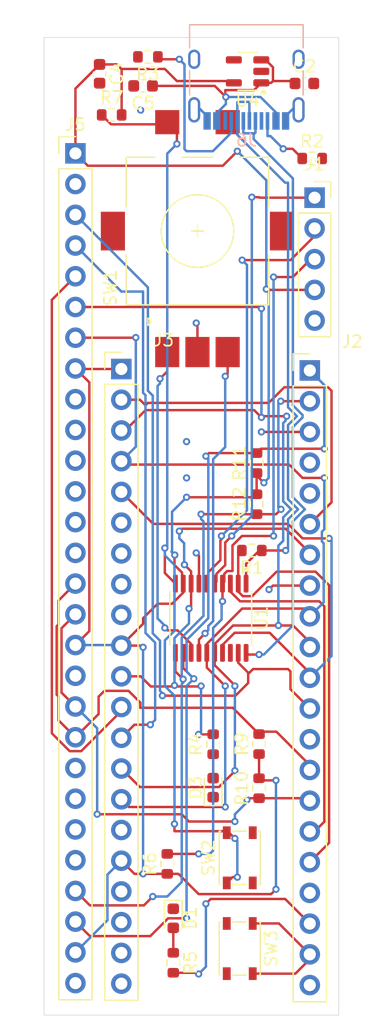
<source format=kicad_pcb>
(kicad_pcb (version 20241229) (generator "pcbnew") (generator_version "9.0")
  (layers (0 "F.Cu" signal) (2 "B.Cu" signal) (13 "F.Paste" user) (15 "B.Paste" user) (5 "F.SilkS" user "F.Silkscreen") (7 "B.SilkS" user "B.Silkscreen") (1 "F.Mask" user) (3 "B.Mask" user) (25 "Edge.Cuts" user))
  (net 0 "")
  (net 1 "Net-(D1-A)")
  (net 2 "GND")
  (net 3 "Net-(D3-A)")
  (net 4 "VCC")
  (net 5 "SDA_3")
  (net 6 "SCL_0")
  (net 7 "DC")
  (net 8 "X")
  (net 9 "SCL_3")
  (net 10 "CS_0")
  (net 11 "MOSI")
  (net 12 "SCK")
  (net 13 "RST")
  (net 14 "SDA_0")
  (net 15 "UART0_RX")
  (net 16 "UART4_RX")
  (net 17 "CS_2")
  (net 18 "Net-(J2-Pin_19)")
  (net 19 "UART0_TX")
  (net 20 "Net-(J2-Pin_20)")
  (net 21 "CS_1")
  (net 22 "UART4_TX")
  (net 23 "MISO")
  (net 30 "ADC_X")
  (net 31 "SW_2")
  (net 32 "ADC_Y")
  (net 33 "SW_B")
  (net 34 "SW_1")
  (net 35 "SW_A")
  (net 36 "SWIO")
  (net 37 "D-")
  (net 38 "Net-(J6-CC1)")
  (net 39 "D+")
  (net 42 "Net-(J6-CC2)")
  (net 49 "Net-(U4-CE)")
  (footprint "Resistor_SMD:R_0603_1608Metric" (layer "F.Cu") (at 153.4 53.8 180)
    (property "Reference" "R3")
    (property "Value" "5.1K")
  )
  (footprint "Capacitor_SMD:C_0603_1608Metric" (layer "F.Cu") (at 153 56.2 180)
    (property "Reference" "C5")
    (property "Value" "1u")
  )
  (footprint "Connector_PinHeader_2.54mm:PinHeader_1x21_P2.54mm_Vertical" (layer "F.Cu") (at 166.8 79.72)
    (property "Reference" "J2")
    (property "Value" "Conn_01x20_Pin")
  )
  (footprint "Resistor_SMD:R_0603_1608Metric" (layer "F.Cu") (at 167 62.2)
    (property "Reference" "R2")
    (property "Value" "5.1K")
  )
  (footprint "Resistor_SMD:R_0603_1608Metric" (layer "F.Cu") (at 162.4 87.375 90)
    (property "Reference" "R11")
    (property "Value" "10K")
  )
  (footprint "Resistor_SMD:R_0603_1608Metric" (layer "F.Cu") (at 162 94.6 180)
    (property "Reference" "R1")
    (property "Value" "1.5K")
  )
  (footprint "Capacitor_SMD:C_0603_1608Metric" (layer "F.Cu") (at 166.352 56)
    (property "Reference" "C2")
    (property "Value" "10u")
  )
  (footprint "Connector_PinHeader_2.54mm:PinHeader_1x28_P2.54mm_Vertical" (layer "F.Cu") (at 147.4 61.775)
    (property "Reference" "J5")
    (property "Value" "Conn_01x28_Pin")
  )
  (footprint "Resistor_SMD:R_0603_1608Metric" (layer "F.Cu") (at 162.4 90.775 90)
    (property "Reference" "R12")
    (property "Value" "10K")
  )
  (footprint "Button_Switch_SMD:SW_SPST_PTS810" (layer "F.Cu") (at 161 120 90)
    (property "Reference" "SW2")
    (property "Value" "SW_Push")
  )
  (footprint "Resistor_SMD:R_0603_1608Metric" (layer "F.Cu") (at 158.8 110.6125 90)
    (property "Reference" "R4")
    (property "Value" "R")
  )
  (footprint "Resistor_SMD:R_0603_1608Metric" (layer "F.Cu") (at 155 120.5 90)
    (property "Reference" "R6")
    (property "Value" "10K")
  )
  (footprint "Connector_PinSocket_2.54mm:PinSocket_1x05_P2.54mm_Vertical" (layer "F.Cu") (at 167.2 65.44)
    (property "Reference" "J1")
    (property "Value" "Conn_01x05_Pin")
  )
  (footprint "Button_Switch_SMD:SW_SPST_PTS810" (layer "F.Cu") (at 161 127.5 -90)
    (property "Reference" "SW3")
    (property "Value" "SW_Push")
  )
  (footprint "Package_SO:TSSOP-20_4.4x6.5mm_P0.65mm" (layer "F.Cu") (at 158.6 100.2 -90)
    (property "Reference" "U1")
    (property "Value" "CH32V003FxPx")
  )
  (footprint "LED_SMD:LED_0603_1608Metric" (layer "F.Cu") (at 155.5 125 -90)
    (property "Reference" "D1")
    (property "Value" "LED")
  )
  (footprint "IOT-Mess-Footprints:RotaryEncoder_EC11_SMD" (layer "F.Cu") (at 155 75.7 90)
    (property "Reference" "SW1")
    (property "Value" "RotaryEncoder_Switch")
  )
  (footprint "Resistor_SMD:R_0603_1608Metric" (layer "F.Cu") (at 155.5 128.675 -90)
    (property "Reference" "R5")
    (property "Value" "100R")
  )
  (footprint "Package_TO_SOT_SMD:SOT-23-5" (layer "F.Cu") (at 161.65 55 180)
    (property "Reference" "U4")
    (property "Value" "ME6211C33M5")
  )
  (footprint "Resistor_SMD:R_0603_1608Metric" (layer "F.Cu") (at 162.6 110.6 90)
    (property "Reference" "R9")
    (property "Value" "10K")
  )
  (footprint "Resistor_SMD:R_0603_1608Metric" (layer "F.Cu") (at 162.6 114.25 90)
    (property "Reference" "R10")
    (property "Value" "10K")
  )
  (footprint "Resistor_SMD:R_0603_1608Metric" (layer "F.Cu") (at 150.4 58.6)
    (property "Reference" "R7")
    (property "Value" "10K")
  )
  (footprint "LED_SMD:LED_0603_1608Metric" (layer "F.Cu") (at 158.8 114.2 90)
    (property "Reference" "D3")
    (property "Value" "LED")
  )
  (footprint "Connector_PinHeader_2.54mm:PinHeader_1x21_P2.54mm_Vertical" (layer "F.Cu") (at 151.2 79.6)
    (property "Reference" "J3")
    (property "Value" "Conn_01x20_Pin")
  )
  (footprint "Capacitor_SMD:C_0603_1608Metric" (layer "F.Cu") (at 149.4 55.2 -90)
    (property "Reference" "C4")
    (property "Value" "1u")
  )
  (footprint "Connector_USB:USB_C_Receptacle_HRO_TYPE-C-31-M-12" (layer "B.Cu") (at 161.55 55.05)
    (property "Reference" "J6")
    (property "Value" "USB_C_Receptacle_USB2.0_16P")
  )
  (gr_rect (start 144.8 52.2) (end 169.2 133) (stroke (width 0.05)) (fill no) (layer "Edge.Cuts"))
  (segment (start 155.5 125.7875) (end 155.5 127.85) (width 0.2) (layer "F.Cu") (net 1))
  (segment (start 157.625 97.3375) (end 157.625 95.026) (width 0.2) (layer "F.Cu") (net 2))
  (segment (start 157.5 78.2) (end 157.5 75.9) (width 0.2) (layer "F.Cu") (net 2))
  (segment (start 166.8 84.8) (end 162.795 84.8) (width 0.2) (layer "F.Cu") (net 2))
  (segment (start 165.87 53.7) (end 165.87 53.45) (width 0.2) (layer "F.Cu") (net 2))
  (segment (start 163.74853 97.5) (end 163.424265 97.824265) (width 0.2) (layer "F.Cu") (net 2))
  (segment (start 166.8 97.5) (end 163.74853 97.5) (width 0.2) (layer "F.Cu") (net 2))
  (segment (start 157.625 95.026) (end 157.399 94.8) (width 0.2) (layer "F.Cu") (net 2))
  (segment (start 157.5 75.9) (end 157.4 75.8) (width 0.2) (layer "F.Cu") (net 2))
  (via (at 157.399 94.8) (size 0.6) (drill 0.3) (layers "F.Cu" "B.Cu") (net 2))
  (via (at 162.795 84.8) (size 0.6) (drill 0.3) (layers "F.Cu" "B.Cu") (net 2))
  (via (at 157.4 75.8) (size 0.6) (drill 0.3) (layers "F.Cu" "B.Cu") (net 2))
  (via (at 152.8 58.2) (size 0.6) (drill 0.3) (layers "F.Cu" "B.Cu") (net 2))
  (via (at 156.6 85.6) (size 0.6) (drill 0.3) (layers "F.Cu" "B.Cu") (net 2))
  (via (at 156.6 88.6) (size 0.6) (drill 0.3) (layers "F.Cu" "B.Cu") (net 2))
  (via (at 163.424265 97.824265) (size 0.6) (drill 0.3) (layers "F.Cu" "B.Cu") (net 2))
  (segment (start 158.3 58.545) (end 158.145 58.545) (width 0.2) (layer "B.Cu") (net 2))
  (segment (start 164.8 58.545) (end 164.955 58.545) (width 0.2) (layer "B.Cu") (net 2))
  (segment (start 158.425 58.67) (end 158.3 58.545) (width 0.2) (layer "B.Cu") (net 2))
  (segment (start 164.85 58.595) (end 164.8 58.545) (width 0.2) (layer "B.Cu") (net 2))
  (segment (start 158.145 58.545) (end 157.23 57.63) (width 0.2) (layer "B.Cu") (net 2))
  (segment (start 164.955 58.545) (end 165.87 57.63) (width 0.2) (layer "B.Cu") (net 2))
  (segment (start 158.8 113.4125) (end 158.8 111.4375) (width 0.2) (layer "F.Cu") (net 3))
  (segment (start 151.2 120.24) (end 152.285 121.325) (width 0.2) (layer "F.Cu") (net 4))
  (segment (start 151.2 102.46) (end 152.86 102.46) (width 0.2) (layer "F.Cu") (net 4))
  (segment (start 155 121.325) (end 155.275 121.325) (width 0.2) (layer "F.Cu") (net 4))
  (segment (start 156.275 97.2875) (end 156.375 97.2875) (width 0.2) (layer "F.Cu") (net 4))
  (segment (start 152.285 121.325) (end 153 121.325) (width 0.2) (layer "F.Cu") (net 4))
  (segment (start 154.2 99) (end 153 100.2) (width 0.2) (layer "F.Cu") (net 4))
  (segment (start 149.4 54.425) (end 150.825 54.425) (width 0.2) (layer "F.Cu") (net 4))
  (segment (start 147.4 56.425) (end 147.4 61.775) (width 0.2) (layer "F.Cu") (net 4))
  (segment (start 160.3625 55.8) (end 160.5125 55.95) (width 0.2) (layer "F.Cu") (net 4))
  (segment (start 154.8 54.8) (end 151.25 54.8) (width 0.2) (layer "F.Cu") (net 4))
  (segment (start 153 100.2) (end 153 100.66) (width 0.2) (layer "F.Cu") (net 4))
  (segment (start 150.825 54.425) (end 151.225 54.825) (width 0.2) (layer "F.Cu") (net 4))
  (segment (start 155.8 55.8) (end 160.3625 55.8) (width 0.2) (layer "F.Cu") (net 4))
  (segment (start 147.4 79.555) (end 148.551 80.706) (width 0.2) (layer "F.Cu") (net 4))
  (segment (start 164 113.6) (end 162.775 113.6) (width 0.2) (layer "F.Cu") (net 4))
  (segment (start 155.925 121.325) (end 157.6 123) (width 0.2) (layer "F.Cu") (net 4))
  (segment (start 156.325 98.075) (end 155.4 99) (width 0.2) (layer "F.Cu") (net 4))
  (segment (start 148.425 62.8) (end 147.4 61.775) (width 0.2) (layer "F.Cu") (net 4))
  (segment (start 163.2 73) (end 163.26 73.06) (width 0.2) (layer "F.Cu") (net 4))
  (segment (start 153 121.325) (end 155 121.325) (width 0.2) (layer "F.Cu") (net 4))
  (segment (start 148.551 80.706) (end 148.551 101.264) (width 0.2) (layer "F.Cu") (net 4))
  (segment (start 157.6 123) (end 163.6 123) (width 0.2) (layer "F.Cu") (net 4))
  (segment (start 162.6 88.4) (end 162.4 88.2) (width 0.2) (layer "F.Cu") (net 4))
  (segment (start 151.2 79.6) (end 147.445 79.6) (width 0.2) (layer "F.Cu") (net 4))
  (segment (start 155 121.325) (end 155.925 121.325) (width 0.2) (layer "F.Cu") (net 4))
  (segment (start 155.6 95.8) (end 156.224265 96.424265) (width 0.2) (layer "F.Cu") (net 4))
  (segment (start 162.4 89.95) (end 162.15 90.2) (width 0.2) (layer "F.Cu") (net 4))
  (segment (start 151.225 58.6) (end 151.225 54.825) (width 0.2) (layer "F.Cu") (net 4))
  (segment (start 155.624265 94.975735) (end 155.6 95) (width 0.2) (layer "F.Cu") (net 4))
  (segment (start 163 89) (end 162.6 88.6) (width 0.2) (layer "F.Cu") (net 4))
  (segment (start 151.25 54.8) (end 151.225 54.825) (width 0.2) (layer "F.Cu") (net 4))
  (segment (start 163.6 123) (end 164 122.6) (width 0.2) (layer "F.Cu") (net 4))
  (segment (start 163.26 73.06) (end 167.2 73.06) (width 0.2) (layer "F.Cu") (net 4))
  (segment (start 152.86 102.46) (end 153 102.6) (width 0.2) (layer "F.Cu") (net 4))
  (segment (start 155.4 99) (end 154.2 99) (width 0.2) (layer "F.Cu") (net 4))
  (segment (start 162.6 113.425) (end 162.6 111.425) (width 0.2) (layer "F.Cu") (net 4))
  (segment (start 159.6 62.8) (end 148.425 62.8) (width 0.2) (layer "F.Cu") (net 4))
  (segment (start 147.445 79.6) (end 147.4 79.555) (width 0.2) (layer "F.Cu") (net 4))
  (segment (start 156.224265 96.424265) (end 156.224265 97.236765) (width 0.2) (layer "F.Cu") (net 4))
  (segment (start 149.4 54.425) (end 147.4 56.425) (width 0.2) (layer "F.Cu") (net 4))
  (segment (start 160.8 61.6) (end 159.6 62.8) (width 0.2) (layer "F.Cu") (net 4))
  (segment (start 162.4 88.2) (end 162.4 89.95) (width 0.2) (layer "F.Cu") (net 4))
  (segment (start 155.6 95) (end 155.6 95.8) (width 0.2) (layer "F.Cu") (net 4))
  (segment (start 148.551 101.264) (end 147.4 102.415) (width 0.2) (layer "F.Cu") (net 4))
  (segment (start 156.375 97.2875) (end 156.325 97.3375) (width 0.2) (layer "F.Cu") (net 4))
  (segment (start 162.15 90.2) (end 156.6 90.2) (width 0.2) (layer "F.Cu") (net 4))
  (segment (start 156.224265 97.236765) (end 156.275 97.2875) (width 0.2) (layer "F.Cu") (net 4))
  (segment (start 156.325 97.3375) (end 156.325 98.075) (width 0.2) (layer "F.Cu") (net 4))
  (segment (start 162.775 113.6) (end 162.6 113.425) (width 0.2) (layer "F.Cu") (net 4))
  (segment (start 151.155 79.555) (end 151.2 79.6) (width 0.2) (layer "F.Cu") (net 4))
  (segment (start 153 100.66) (end 151.2 102.46) (width 0.2) (layer "F.Cu") (net 4))
  (segment (start 162.6 88.6) (end 162.6 88.4) (width 0.2) (layer "F.Cu") (net 4))
  (segment (start 155.8 55.8) (end 154.8 54.8) (width 0.2) (layer "F.Cu") (net 4))
  (via (at 163.2 73) (size 0.6) (drill 0.3) (layers "F.Cu" "B.Cu") (net 4))
  (via (at 153 121.325) (size 0.6) (drill 0.3) (layers "F.Cu" "B.Cu") (net 4))
  (via (at 155.624265 94.975735) (size 0.6) (drill 0.3) (layers "F.Cu" "B.Cu") (net 4))
  (via (at 153 102.6) (size 0.6) (drill 0.3) (layers "F.Cu" "B.Cu") (net 4))
  (via (at 156.6 90.2) (size 0.6) (drill 0.3) (layers "F.Cu" "B.Cu") (net 4))
  (via (at 163 89) (size 0.6) (drill 0.3) (layers "F.Cu" "B.Cu") (net 4))
  (via (at 164 113.6) (size 0.6) (drill 0.3) (layers "F.Cu" "B.Cu") (net 4))
  (via (at 160.8 61.6) (size 0.6) (drill 0.3) (layers "F.Cu" "B.Cu") (net 4))
  (via (at 164 122.6) (size 0.6) (drill 0.3) (layers "F.Cu" "B.Cu") (net 4))
  (segment (start 163.395 81.846957) (end 163.395 88.605) (width 0.2) (layer "B.Cu") (net 4))
  (segment (start 163.399 81.842957) (end 163.395 81.846957) (width 0.2) (layer "B.Cu") (net 4))
  (segment (start 153 102.6) (end 153 121.325) (width 0.2) (layer "B.Cu") (net 4))
  (segment (start 163.2 73) (end 163.399 73.199) (width 0.2) (layer "B.Cu") (net 4))
  (segment (start 147.4 127.815) (end 150.049 125.166) (width 0.2) (layer "B.Cu") (net 4))
  (segment (start 155.401 94.648943) (end 155.349237 94.700707) (width 0.2) (layer "B.Cu") (net 4))
  (segment (start 163.2 64) (end 160.8 61.6) (width 0.2) (layer "B.Cu") (net 4))
  (segment (start 151.155 102.415) (end 151.2 102.46) (width 0.2) (layer "B.Cu") (net 4))
  (segment (start 163.399 73.199) (end 163.399 81.842957) (width 0.2) (layer "B.Cu") (net 4))
  (segment (start 151.155 79.555) (end 151.2 79.6) (width 0.2) (layer "B.Cu") (net 4))
  (segment (start 150.049 121.391) (end 151.2 120.24) (width 0.2) (layer "B.Cu") (net 4))
  (segment (start 164 122.6) (end 164 113.6) (width 0.2) (layer "B.Cu") (net 4))
  (segment (start 147.4 102.415) (end 151.155 102.415) (width 0.2) (layer "B.Cu") (net 4))
  (segment (start 150.049 125.166) (end 150.049 121.391) (width 0.2) (layer "B.Cu") (net 4))
  (segment (start 156.6 90.2) (end 155.401 91.399) (width 0.2) (layer "B.Cu") (net 4))
  (segment (start 155.349237 94.700707) (end 155.624265 94.975735) (width 0.2) (layer "B.Cu") (net 4))
  (segment (start 163.2 73) (end 163.2 64) (width 0.2) (layer "B.Cu") (net 4))
  (segment (start 163.395 88.605) (end 163 89) (width 0.2) (layer "B.Cu") (net 4))
  (segment (start 155.401 91.399) (end 155.401 94.648943) (width 0.2) (layer "B.Cu") (net 4))
  (segment (start 146 108.635) (end 146 106.6621) (width 0.2) (layer "F.Cu") (net 5))
  (segment (start 149.3175 108.1175) (end 147.4 110.035) (width 0.2) (layer "F.Cu") (net 5))
  (segment (start 146 98.735) (end 147.4 97.335) (width 0.2) (layer "F.Cu") (net 5))
  (segment (start 149.3175 106.6825) (end 149.3175 108.1175) (width 0.2) (layer "F.Cu") (net 5))
  (segment (start 160.425 107.6) (end 152.76776 107.6) (width 0.2) (layer "F.Cu") (net 5))
  (segment (start 162.8 109.575) (end 164.035 109.575) (width 0.2) (layer "F.Cu") (net 5))
  (segment (start 162.6 109.775) (end 160.425 107.6) (width 0.2) (layer "F.Cu") (net 5))
  (segment (start 152.76776 107.16776) (end 151.8 106.2) (width 0.2) (layer "F.Cu") (net 5))
  (segment (start 152.76776 107.6) (end 152.76776 107.16776) (width 0.2) (layer "F.Cu") (net 5))
  (segment (start 145.848 100.8599) (end 146 100.7079) (width 0.2) (layer "F.Cu") (net 5))
  (segment (start 146 106.6621) (end 145.848 106.5101) (width 0.2) (layer "F.Cu") (net 5))
  (segment (start 145.848 106.5101) (end 145.848 100.8599) (width 0.2) (layer "F.Cu") (net 5))
  (segment (start 149.8 106.2) (end 149.3175 106.6825) (width 0.2) (layer "F.Cu") (net 5))
  (segment (start 151.8 106.2) (end 149.8 106.2) (width 0.2) (layer "F.Cu") (net 5))
  (segment (start 147.4 110.035) (end 146 108.635) (width 0.2) (layer "F.Cu") (net 5))
  (segment (start 164.035 109.575) (end 167.2 112.74) (width 0.2) (layer "F.Cu") (net 5))
  (segment (start 146 100.7079) (end 146 98.735) (width 0.2) (layer "F.Cu") (net 5))
  (segment (start 153.5904 126.471) (end 153.5954 126.476) (width 0.2) (layer "F.Cu") (net 6))
  (segment (start 148.596 126.471) (end 153.5904 126.471) (width 0.2) (layer "F.Cu") (net 6))
  (segment (start 158.2 86.8) (end 158.45 86.55) (width 0.2) (layer "F.Cu") (net 6))
  (segment (start 153.5954 126.476) (end 155.0714 125) (width 0.2) (layer "F.Cu") (net 6))
  (segment (start 162.4 86.55) (end 162.761 86.189) (width 0.2) (layer "F.Cu") (net 6))
  (segment (start 156.325 104.325) (end 156.325 103.0625) (width 0.2) (layer "F.Cu") (net 6))
  (segment (start 158.45 86.55) (end 162.4 86.55) (width 0.2) (layer "F.Cu") (net 6))
  (segment (start 162.761 86.189) (end 167.989 86.189) (width 0.2) (layer "F.Cu") (net 6))
  (segment (start 167.989 86.189) (end 168 86.2) (width 0.2) (layer "F.Cu") (net 6))
  (segment (start 157.2 105.2) (end 156.325 104.325) (width 0.2) (layer "F.Cu") (net 6))
  (segment (start 155.0714 125) (end 156.6 125) (width 0.2) (layer "F.Cu") (net 6))
  (segment (start 147.4 125.275) (end 148.596 126.471) (width 0.2) (layer "F.Cu") (net 6))
  (via (at 158.2 86.8) (size 0.6) (drill 0.3) (layers "F.Cu" "B.Cu") (net 6))
  (via (at 168 86.2) (size 0.6) (drill 0.3) (layers "F.Cu" "B.Cu") (net 6))
  (via (at 156.6 125) (size 0.6) (drill 0.3) (layers "F.Cu" "B.Cu") (net 6))
  (via (at 157.2 105.2) (size 0.6) (drill 0.3) (layers "F.Cu" "B.Cu") (net 6))
  (segment (start 168 86.2) (end 168 80.92) (width 0.2) (layer "B.Cu") (net 6))
  (segment (start 156.6 102) (end 158.4 100.2) (width 0.2) (layer "B.Cu") (net 6))
  (segment (start 156.6 125) (end 156.6 105.8) (width 0.2) (layer "B.Cu") (net 6))
  (segment (start 168 80.92) (end 166.8 79.72) (width 0.2) (layer "B.Cu") (net 6))
  (segment (start 156.6 105.8) (end 157.2 105.2) (width 0.2) (layer "B.Cu") (net 6))
  (segment (start 157.2 105.2) (end 156.6 104.6) (width 0.2) (layer "B.Cu") (net 6))
  (segment (start 158.4 87) (end 158.2 86.8) (width 0.2) (layer "B.Cu") (net 6))
  (segment (start 158.4 100.2) (end 158.4 87) (width 0.2) (layer "B.Cu") (net 6))
  (segment (start 156.6 104.6) (end 156.6 102) (width 0.2) (layer "B.Cu") (net 6))
  (segment (start 147.87676 111.186) (end 146.92324 111.186) (width 0.2) (layer "F.Cu") (net 7))
  (segment (start 151.2 107.86276) (end 147.87676 111.186) (width 0.2) (layer "F.Cu") (net 7))
  (segment (start 151.2 107.54) (end 151.2 107.86276) (width 0.2) (layer "F.Cu") (net 7))
  (segment (start 146.92324 111.186) (end 145.447 109.70976) (width 0.2) (layer "F.Cu") (net 7))
  (segment (start 145.447 73.888) (end 147.4 71.935) (width 0.2) (layer "F.Cu") (net 7))
  (segment (start 145.447 109.70976) (end 145.447 73.888) (width 0.2) (layer "F.Cu") (net 7))
  (segment (start 166.995 115.075) (end 167.2 115.28) (width 0.2) (layer "F.Cu") (net 9))
  (segment (start 162.6 115.075) (end 161.725 115.075) (width 0.2) (layer "F.Cu") (net 9))
  (segment (start 162.8 115.075) (end 166.995 115.075) (width 0.2) (layer "F.Cu") (net 9))
  (segment (start 156.2 116.4) (end 149.205 116.4) (width 0.2) (layer "F.Cu") (net 9))
  (segment (start 149.205 116.4) (end 149.2 116.395) (width 0.2) (layer "F.Cu") (net 9))
  (segment (start 156.8 117) (end 156.2 116.4) (width 0.2) (layer "F.Cu") (net 9))
  (segment (start 147.4 107.495) (end 146.249 106.344) (width 0.2) (layer "F.Cu") (net 9))
  (segment (start 160.6 117) (end 156.8 117) (width 0.2) (layer "F.Cu") (net 9))
  (segment (start 146.249 101.026) (end 147.4 99.875) (width 0.2) (layer "F.Cu") (net 9))
  (segment (start 146.249 106.344) (end 146.249 101.026) (width 0.2) (layer "F.Cu") (net 9))
  (segment (start 161.725 115.075) (end 161.6 115.2) (width 0.2) (layer "F.Cu") (net 9))
  (via (at 160.6 117) (size 0.6) (drill 0.3) (layers "F.Cu" "B.Cu") (net 9))
  (via (at 149.2 116.395) (size 0.6) (drill 0.3) (layers "F.Cu" "B.Cu") (net 9))
  (via (at 161.6 115.2) (size 0.6) (drill 0.3) (layers "F.Cu" "B.Cu") (net 9))
  (segment (start 161.6 115.4) (end 161.6 115.2) (width 0.2) (layer "B.Cu") (net 9))
  (segment (start 149.2 109.295) (end 147.4 107.495) (width 0.2) (layer "B.Cu") (net 9))
  (segment (start 160.6 117) (end 160.6 116.4) (width 0.2) (layer "B.Cu") (net 9))
  (segment (start 149.2 116.395) (end 149.2 109.295) (width 0.2) (layer "B.Cu") (net 9))
  (segment (start 160.6 116.4) (end 161.6 115.4) (width 0.2) (layer "B.Cu") (net 9))
  (segment (start 160.875 103.875) (end 160.875 103.0625) (width 0.2) (layer "F.Cu") (net 10))
  (segment (start 154.6 106.6) (end 160.649946 106.6) (width 0.2) (layer "F.Cu") (net 10))
  (segment (start 165.2 106.06) (end 166.8 107.66) (width 0.2) (layer "F.Cu") (net 10))
  (segment (start 160.649946 106.6) (end 161.7 105.549946) (width 0.2) (layer "F.Cu") (net 10))
  (segment (start 161.7 105.549946) (end 161.7 104.8) (width 0.2) (layer "F.Cu") (net 10))
  (segment (start 165 104.4) (end 165.2 104.6) (width 0.2) (layer "F.Cu") (net 10))
  (segment (start 161.7 104.8) (end 162.1 104.4) (width 0.2) (layer "F.Cu") (net 10))
  (segment (start 161.7 104.8) (end 161.7 104.7) (width 0.2) (layer "F.Cu") (net 10))
  (segment (start 165.2 104.6) (end 165.2 106.06) (width 0.2) (layer "F.Cu") (net 10))
  (segment (start 162.1 104.4) (end 165 104.4) (width 0.2) (layer "F.Cu") (net 10))
  (segment (start 161.7 104.7) (end 160.875 103.875) (width 0.2) (layer "F.Cu") (net 10))
  (via (at 154.6 106.6) (size 0.6) (drill 0.3) (layers "F.Cu" "B.Cu") (net 10))
  (segment (start 153.399 81.399) (end 153.399 72.854) (width 0.2) (layer "B.Cu") (net 10))
  (segment (start 154.6 106.6) (end 154.6 106.4) (width 0.2) (layer "B.Cu") (net 10))
  (segment (start 154.6 106.4) (end 154.401 106.201) (width 0.2) (layer "B.Cu") (net 10))
  (segment (start 153.8 101.449943) (end 153.8 81.8) (width 0.2) (layer "B.Cu") (net 10))
  (segment (start 154.401 106.201) (end 154.401 102.050943) (width 0.2) (layer "B.Cu") (net 10))
  (segment (start 153.399 72.854) (end 147.4 66.855) (width 0.2) (layer "B.Cu") (net 10))
  (segment (start 154.401 102.050943) (end 153.8 101.449943) (width 0.2) (layer "B.Cu") (net 10))
  (segment (start 153.8 81.8) (end 153.399 81.399) (width 0.2) (layer "B.Cu") (net 10))
  (segment (start 158.925 103.0625) (end 158.925 104.075057) (width 0.2) (layer "F.Cu") (net 11))
  (segment (start 164.2 100.8) (end 160.450001 100.8) (width 0.2) (layer "F.Cu") (net 11))
  (segment (start 158.925 102.325001) (end 158.925 103.0625) (width 0.2) (layer "F.Cu") (net 11))
  (segment (start 160.600003 105.75006) (end 160.600003 105.8) (width 0.2) (layer "F.Cu") (net 11))
  (segment (start 152.731 114.151) (end 159.2776 114.151) (width 0.2) (layer "F.Cu") (net 11))
  (segment (start 167.2 102.58) (end 165.42 100.8) (width 0.2) (layer "F.Cu") (net 11))
  (segment (start 164.88437 83.5) (end 162.695 83.5) (width 0.2) (layer "F.Cu") (net 11))
  (segment (start 153.2 83) (end 151.4 84.8) (width 0.2) (layer "F.Cu") (net 11))
  (segment (start 158.925 104.075057) (end 160.600003 105.75006) (width 0.2) (layer "F.Cu") (net 11))
  (segment (start 152.726 114.146) (end 152.731 114.151) (width 0.2) (layer "F.Cu") (net 11))
  (segment (start 160.450001 100.8) (end 158.925 102.325001) (width 0.2) (layer "F.Cu") (net 11))
  (segment (start 162.674 74.475) (end 162.799 74.6) (width 0.2) (layer "F.Cu") (net 11))
  (segment (start 160.6 112.8286) (end 160.6 112.8) (width 0.2) (layer "F.Cu") (net 11))
  (segment (start 151.2 112.62) (end 152.726 114.146) (width 0.2) (layer "F.Cu") (net 11))
  (segment (start 162.695 83.5) (end 162.195 83) (width 0.2) (layer "F.Cu") (net 11))
  (segment (start 147.4 74.475) (end 162.674 74.475) (width 0.2) (layer "F.Cu") (net 11))
  (segment (start 151.28 84.68) (end 151.2 84.68) (width 0.2) (layer "F.Cu") (net 11))
  (segment (start 162.195 83) (end 153.2 83) (width 0.2) (layer "F.Cu") (net 11))
  (segment (start 165.42 100.8) (end 164.2 100.8) (width 0.2) (layer "F.Cu") (net 11))
  (segment (start 151.4 84.8) (end 151.28 84.68) (width 0.2) (layer "F.Cu") (net 11))
  (segment (start 159.2776 114.151) (end 160.6 112.8286) (width 0.2) (layer "F.Cu") (net 11))
  (via (at 162.799 74.6) (size 0.6) (drill 0.3) (layers "F.Cu" "B.Cu") (net 11))
  (via (at 160.600003 105.8) (size 0.6) (drill 0.3) (layers "F.Cu" "B.Cu") (net 11))
  (via (at 160.6 112.8) (size 0.6) (drill 0.3) (layers "F.Cu" "B.Cu") (net 11))
  (via (at 164.2 100.8) (size 0.6) (drill 0.3) (layers "F.Cu" "B.Cu") (net 11))
  (via (at 164.88437 83.5) (size 0.6) (drill 0.3) (layers "F.Cu" "B.Cu") (net 11))
  (via (at 162.795 83.6) (size 0.6) (drill 0.3) (layers "F.Cu" "B.Cu") (net 11))
  (segment (start 164.88437 83.5) (end 164.8 83.58437) (width 0.2) (layer "B.Cu") (net 11))
  (segment (start 162.8 82.995) (end 162.8 74.601) (width 0.2) (layer "B.Cu") (net 11))
  (segment (start 164.8 83.58437) (end 164.8 83.8658) (width 0.2) (layer "B.Cu") (net 11))
  (segment (start 164.2 94.2) (end 164.2 100.8) (width 0.2) (layer "B.Cu") (net 11))
  (segment (start 160.600003 112.599997) (end 160.600003 105.8) (width 0.2) (layer "B.Cu") (net 11))
  (segment (start 160.6 112.8) (end 160.6 112.6) (width 0.2) (layer "B.Cu") (net 11))
  (segment (start 160.6 112.6) (end 160.600003 112.599997) (width 0.2) (layer "B.Cu") (net 11))
  (segment (start 164.598 90.5322) (end 165.26192 91.19612) (width 0.2) (layer "B.Cu") (net 11))
  (segment (start 164.598 91.86004) (end 164.598 93.802) (width 0.2) (layer "B.Cu") (net 11))
  (segment (start 164.598 84.0678) (end 164.598 90.5322) (width 0.2) (layer "B.Cu") (net 11))
  (segment (start 162.8 74.601) (end 162.799 74.6) (width 0.2) (layer "B.Cu") (net 11))
  (segment (start 162.795 83.6) (end 162.795 83) (width 0.2) (layer "B.Cu") (net 11))
  (segment (start 164.598 93.802) (end 164.2 94.2) (width 0.2) (layer "B.Cu") (net 11))
  (segment (start 162.795 83) (end 162.8 82.995) (width 0.2) (layer "B.Cu") (net 11))
  (segment (start 164.8 83.8658) (end 164.598 84.0678) (width 0.2) (layer "B.Cu") (net 11))
  (segment (start 165.26192 91.19612) (end 164.598 91.86004) (width 0.2) (layer "B.Cu") (net 11))
  (segment (start 166.56 99.4) (end 161.200001 99.4) (width 0.2) (layer "F.Cu") (net 12))
  (segment (start 158.275 102.325001) (end 158.275 103.0625) (width 0.2) (layer "F.Cu") (net 12))
  (segment (start 151.835 115.795) (end 151.2 115.16) (width 0.2) (layer "F.Cu") (net 12))
  (segment (start 159.8 115.8) (end 151.84 115.8) (width 0.2) (layer "F.Cu") (net 12))
  (segment (start 158.275 104.275) (end 159.8 105.8) (width 0.2) (layer "F.Cu") (net 12))
  (segment (start 161.200001 99.4) (end 158.275 102.325001) (width 0.2) (layer "F.Cu") (net 12))
  (segment (start 152.383 77.015) (end 152.398 77) (width 0.2) (layer "F.Cu") (net 12))
  (segment (start 151.84 115.8) (end 151.2 115.16) (width 0.2) (layer "F.Cu") (net 12))
  (segment (start 147.4 77.015) (end 152.383 77.015) (width 0.2) (layer "F.Cu") (net 12))
  (segment (start 151.479 87.499) (end 151.2 87.22) (width 0.2) (layer "F.Cu") (net 12))
  (segment (start 166.194532 88.6) (end 165.093532 87.499) (width 0.2) (layer "F.Cu") (net 12))
  (segment (start 165.093532 87.499) (end 151.479 87.499) (width 0.2) (layer "F.Cu") (net 12))
  (segment (start 166.96 99.8) (end 166.56 99.4) (width 0.2) (layer "F.Cu") (net 12))
  (segment (start 168 88.6) (end 166.194532 88.6) (width 0.2) (layer "F.Cu") (net 12))
  (segment (start 158.275 103.0625) (end 158.275 104.275) (width 0.2) (layer "F.Cu") (net 12))
  (via (at 152.398 77) (size 0.6) (drill 0.3) (layers "F.Cu" "B.Cu") (net 12))
  (via (at 168 88.6) (size 0.6) (drill 0.3) (layers "F.Cu" "B.Cu") (net 12))
  (via (at 159.8 115.8) (size 0.6) (drill 0.3) (layers "F.Cu" "B.Cu") (net 12))
  (via (at 159.8 105.8) (size 0.6) (drill 0.3) (layers "F.Cu" "B.Cu") (net 12))
  (segment (start 152.398 77) (end 152.398 86.022) (width 0.2) (layer "B.Cu") (net 12))
  (segment (start 167.951 98.889) (end 167.951 94.000942) (width 0.2) (layer "B.Cu") (net 12))
  (segment (start 168 92.84776) (end 168 88.6) (width 0.2) (layer "B.Cu") (net 12))
  (segment (start 152.398 86.022) (end 151.2 87.22) (width 0.2) (layer "B.Cu") (net 12))
  (segment (start 167.8 93.04776) (end 168 92.84776) (width 0.2) (layer "B.Cu") (net 12))
  (segment (start 167.951 94.000942) (end 167.8 93.849942) (width 0.2) (layer "B.Cu") (net 12))
  (segment (start 167.8 93.849942) (end 167.8 93.04776) (width 0.2) (layer "B.Cu") (net 12))
  (segment (start 159.8 105.8) (end 159.8 115.8) (width 0.2) (layer "B.Cu") (net 12))
  (segment (start 166.8 100.04) (end 167.951 98.889) (width 0.2) (layer "B.Cu") (net 12))
  (segment (start 153.6 109) (end 152.28 109) (width 0.2) (layer "F.Cu") (net 13))
  (segment (start 152.28 109) (end 151.2 110.08) (width 0.2) (layer "F.Cu") (net 13))
  (via (at 153.6 109) (size 0.6) (drill 0.3) (layers "F.Cu" "B.Cu") (net 13))
  (segment (start 153.6 109) (end 154 108.6) (width 0.2) (layer "B.Cu") (net 13))
  (segment (start 153.2 101.417043) (end 153.2 81.7671) (width 0.2) (layer "B.Cu") (net 13))
  (segment (start 153.2 81.7671) (end 152.998 81.5651) (width 0.2) (layer "B.Cu") (net 13))
  (segment (start 152.998 81.5651) (end 152.998 73.2) (width 0.2) (layer "B.Cu") (net 13))
  (segment (start 154 102.217043) (end 153.2 101.417043) (width 0.2) (layer "B.Cu") (net 13))
  (segment (start 152.998 73.2) (end 151.205 73.2) (width 0.2) (layer "B.Cu") (net 13))
  (segment (start 151.205 73.2) (end 147.4 69.395) (width 0.2) (layer "B.Cu") (net 13))
  (segment (start 154 108.6) (end 154 102.217043) (width 0.2) (layer "B.Cu") (net 13))
  (segment (start 156.313853 105.237618) (end 155.675 104.598765) (width 0.2) (layer "F.Cu") (net 14))
  (segment (start 164.399 82.26) (end 166.8 82.26) (width 0.2) (layer "F.Cu") (net 14))
  (segment (start 155.675 104.598765) (end 155.675 103.0625) (width 0.2) (layer "F.Cu") (net 14))
  (segment (start 153.1 123.9) (end 153.064 123.936) (width 0.2) (layer "F.Cu") (net 14))
  (segment (start 153.069 123.931) (end 153.1 123.9) (width 0.2) (layer "F.Cu") (net 14))
  (segment (start 164.413392 91.196121) (end 164.009513 91.6) (width 0.2) (layer "F.Cu") (net 14))
  (segment (start 148.596 123.931) (end 153.069 123.931) (width 0.2) (layer "F.Cu") (net 14))
  (segment (start 148.596 123.931) (end 147.4 122.735) (width 0.2) (layer "F.Cu") (net 14))
  (segment (start 153.8 123.2) (end 153.1 123.9) (width 0.2) (layer "F.Cu") (net 14))
  (segment (start 157.8 91.6) (end 162.4 91.6) (width 0.2) (layer "F.Cu") (net 14))
  (segment (start 164.009513 91.6) (end 162.4 91.6) (width 0.2) (layer "F.Cu") (net 14))
  (via (at 156.313853 105.237618) (size 0.6) (drill 0.3) (layers "F.Cu" "B.Cu") (net 14))
  (via (at 164.413392 91.196121) (size 0.6) (drill 0.3) (layers "F.Cu" "B.Cu") (net 14))
  (via (at 157.8 91.6) (size 0.6) (drill 0.3) (layers "F.Cu" "B.Cu") (net 14))
  (via (at 153.8 123.2) (size 0.6) (drill 0.3) (layers "F.Cu" "B.Cu") (net 14))
  (via (at 164.399 82.26) (size 0.6) (drill 0.3) (layers "F.Cu" "B.Cu") (net 14))
  (segment (start 156.313853 105.519047) (end 156.199 105.6339) (width 0.2) (layer "B.Cu") (net 14))
  (segment (start 164.390121 91.196121) (end 164.197 91.003) (width 0.2) (layer "B.Cu") (net 14))
  (segment (start 164.2 83.8987) (end 164.2 82.46) (width 0.2) (layer "B.Cu") (net 14))
  (segment (start 156.199 101.8339) (end 156.199 104.7661) (width 0.2) (layer "B.Cu") (net 14))
  (segment (start 156.2 104.7671) (end 156.2 105.2) (width 0.2) (layer "B.Cu") (net 14))
  (segment (start 156.2 101.8) (end 156.2 101.8329) (width 0.2) (layer "B.Cu") (net 14))
  (segment (start 164.399 82.261) (end 164.399 82.26) (width 0.2) (layer "B.Cu") (net 14))
  (segment (start 164.197 91.003) (end 164.197 83.9017) (width 0.2) (layer "B.Cu") (net 14))
  (segment (start 157.8 92) (end 157.999 92.199) (width 0.2) (layer "B.Cu") (net 14))
  (segment (start 156.2 105.2) (end 156.237618 105.237618) (width 0.2) (layer "B.Cu") (net 14))
  (segment (start 157.8 91.6) (end 157.8 92) (width 0.2) (layer "B.Cu") (net 14))
  (segment (start 157.999 100.001) (end 156.2 101.8) (width 0.2) (layer "B.Cu") (net 14))
  (segment (start 164.2 82.46) (end 164.399 82.261) (width 0.2) (layer "B.Cu") (net 14))
  (segment (start 156.199 105.6339) (end 156.199 122.001) (width 0.2) (layer "B.Cu") (net 14))
  (segment (start 156.199 104.7661) (end 156.2 104.7671) (width 0.2) (layer "B.Cu") (net 14))
  (segment (start 157.999 92.199) (end 157.999 100.001) (width 0.2) (layer "B.Cu") (net 14))
  (segment (start 156.2 101.8329) (end 156.199 101.8339) (width 0.2) (layer "B.Cu") (net 14))
  (segment (start 155 123.2) (end 153.8 123.2) (width 0.2) (layer "B.Cu") (net 14))
  (segment (start 156.313853 105.237618) (end 156.313853 105.519047) (width 0.2) (layer "B.Cu") (net 14))
  (segment (start 164.197 83.9017) (end 164.2 83.8987) (width 0.2) (layer "B.Cu") (net 14))
  (segment (start 156.237618 105.237618) (end 156.313853 105.237618) (width 0.2) (layer "B.Cu") (net 14))
  (segment (start 164.413392 91.196121) (end 164.390121 91.196121) (width 0.2) (layer "B.Cu") (net 14))
  (segment (start 156.199 122.001) (end 155 123.2) (width 0.2) (layer "B.Cu") (net 14))
  (segment (start 162.024 98.376) (end 164.051 96.349) (width 0.2) (layer "F.Cu") (net 15))
  (segment (start 167.27676 96.349) (end 168.4 97.47224) (width 0.2) (layer "F.Cu") (net 15))
  (segment (start 160.875 94.7) (end 161.175 94.4) (width 0.2) (layer "F.Cu") (net 15))
  (segment (start 160.875 97.99487) (end 161.25613 98.376) (width 0.2) (layer "F.Cu") (net 15))
  (segment (start 168.4 118.76) (end 166.8 120.36) (width 0.2) (layer "F.Cu") (net 15))
  (segment (start 168.4 97.47224) (end 168.4 118.76) (width 0.2) (layer "F.Cu") (net 15))
  (segment (start 160.875 97.3375) (end 160.875 97.99487) (width 0.2) (layer "F.Cu") (net 15))
  (segment (start 161.25613 98.376) (end 162.024 98.376) (width 0.2) (layer "F.Cu") (net 15))
  (segment (start 164.051 96.349) (end 167.27676 96.349) (width 0.2) (layer "F.Cu") (net 15))
  (segment (start 160.875 97.3375) (end 160.875 94.7) (width 0.2) (layer "F.Cu") (net 15))
  (segment (start 156.2 92.801) (end 164.801 92.801) (width 0.2) (layer "F.Cu") (net 17))
  (segment (start 157.761382 105.838618) (end 157.8 105.8) (width 0.2) (layer "F.Cu") (net 17))
  (segment (start 151.2 105) (end 151.795 105) (width 0.2) (layer "F.Cu") (net 17))
  (segment (start 156.001 93) (end 156.2 92.801) (width 0.2) (layer "F.Cu") (net 17))
  (segment (start 156.975 97.3375) (end 156.975 99.225) (width 0.2) (layer "F.Cu") (net 17))
  (segment (start 158.7875 109.8) (end 158.8 109.7875) (width 0.2) (layer "F.Cu") (net 17))
  (segment (start 157.6 109.8) (end 158.7875 109.8) (width 0.2) (layer "F.Cu") (net 17))
  (segment (start 153.638618 105.838618) (end 157.761382 105.838618) (width 0.2) (layer "F.Cu") (net 17))
  (segment (start 152.8 105) (end 153.638618 105.838618) (width 0.2) (layer "F.Cu") (net 17))
  (segment (start 156.975 99.225) (end 156.8 99.4) (width 0.2) (layer "F.Cu") (net 17))
  (segment (start 156.424265 95.775735) (end 156.975 96.32647) (width 0.2) (layer "F.Cu") (net 17))
  (segment (start 164.801 92.801) (end 166.96 94.96) (width 0.2) (layer "F.Cu") (net 17))
  (segment (start 151.2 105) (end 152.8 105) (width 0.2) (layer "F.Cu") (net 17))
  (segment (start 166.96 94.96) (end 167.2 94.96) (width 0.2) (layer "F.Cu") (net 17))
  (segment (start 156.975 96.32647) (end 156.975 97.3375) (width 0.2) (layer "F.Cu") (net 17))
  (via (at 156.424265 95.775735) (size 0.6) (drill 0.3) (layers "F.Cu" "B.Cu") (net 17))
  (via (at 157.8 105.8) (size 0.6) (drill 0.3) (layers "F.Cu" "B.Cu") (net 17))
  (via (at 155.599 105.750473) (size 0.6) (drill 0.3) (layers "F.Cu" "B.Cu") (net 17))
  (via (at 157.6 109.8) (size 0.6) (drill 0.3) (layers "F.Cu" "B.Cu") (net 17))
  (via (at 156.001 93) (size 0.6) (drill 0.3) (layers "F.Cu" "B.Cu") (net 17))
  (via (at 156.8 99.4) (size 0.6) (drill 0.3) (layers "F.Cu" "B.Cu") (net 17))
  (segment (start 156.001 93.6) (end 156.4 93.999) (width 0.2) (layer "B.Cu") (net 17))
  (segment (start 156.8 100.6329) (end 155.599 101.8339) (width 0.2) (layer "B.Cu") (net 17))
  (segment (start 156.4 95.75147) (end 156.424265 95.775735) (width 0.2) (layer "B.Cu") (net 17))
  (segment (start 157.8 109.6) (end 157.6 109.8) (width 0.2) (layer "B.Cu") (net 17))
  (segment (start 155.599 101.8339) (end 155.599 105.750473) (width 0.2) (layer "B.Cu") (net 17))
  (segment (start 156.4 93.999) (end 156.4 95.75147) (width 0.2) (layer "B.Cu") (net 17))
  (segment (start 157.8 105.8) (end 157.8 109.6) (width 0.2) (layer "B.Cu") (net 17))
  (segment (start 156.001 93) (end 156.001 93.6) (width 0.2) (layer "B.Cu") (net 17))
  (segment (start 156.8 99.4) (end 156.8 100.6329) (width 0.2) (layer "B.Cu") (net 17))
  (segment (start 158.2 123.8) (end 158.6 123.4) (width 0.2) (layer "F.Cu") (net 18))
  (segment (start 158.6 123.4) (end 164.76 123.4) (width 0.2) (layer "F.Cu") (net 18))
  (segment (start 157.6 129.6) (end 157.5 129.5) (width 0.2) (layer "F.Cu") (net 18))
  (segment (start 157.5 129.5) (end 155.5 129.5) (width 0.2) (layer "F.Cu") (net 18))
  (segment (start 164.76 123.4) (end 166.8 125.44) (width 0.2) (layer "F.Cu") (net 18))
  (via (at 157.6 129.6) (size 0.6) (drill 0.3) (layers "F.Cu" "B.Cu") (net 18))
  (via (at 158.2 123.8) (size 0.6) (drill 0.3) (layers "F.Cu" "B.Cu") (net 18))
  (segment (start 158.2 123.8) (end 158.2 129) (width 0.2) (layer "B.Cu") (net 18))
  (segment (start 158.2 129) (end 157.6 129.6) (width 0.2) (layer "B.Cu") (net 18))
  (segment (start 168 117.02) (end 168 99.21224) (width 0.2) (layer "F.Cu") (net 19))
  (segment (start 167.58776 98.8) (end 161.03013 98.8) (width 0.2) (layer "F.Cu") (net 19))
  (segment (start 160.225 97.99487) (end 160.225 97.3375) (width 0.2) (layer "F.Cu") (net 19))
  (segment (start 167.2 117.82) (end 168 117.02) (width 0.2) (layer "F.Cu") (net 19))
  (segment (start 161.03013 98.8) (end 160.225 97.99487) (width 0.2) (layer "F.Cu") (net 19))
  (segment (start 168 99.21224) (end 167.58776 98.8) (width 0.2) (layer "F.Cu") (net 19))
  (segment (start 164.245 125.425) (end 166.8 127.98) (width 0.2) (layer "F.Cu") (net 20))
  (segment (start 165.605 129.575) (end 167.2 127.98) (width 0.2) (layer "F.Cu") (net 20))
  (segment (start 162.075 129.575) (end 165.605 129.575) (width 0.2) (layer "F.Cu") (net 20))
  (segment (start 162.075 125.425) (end 164.245 125.425) (width 0.2) (layer "F.Cu") (net 20))
  (segment (start 168.6 81.4) (end 168.6 90.62) (width 0.2) (layer "F.Cu") (net 21))
  (segment (start 163.4 82.4) (end 164.691 81.109) (width 0.2) (layer "F.Cu") (net 21))
  (segment (start 153.4 82.399) (end 163.399 82.399) (width 0.2) (layer "F.Cu") (net 21))
  (segment (start 163.399 82.399) (end 163.4 82.4) (width 0.2) (layer "F.Cu") (net 21))
  (segment (start 164.691 81.109) (end 168.309 81.109) (width 0.2) (layer "F.Cu") (net 21))
  (segment (start 168.6 90.62) (end 166.8 92.42) (width 0.2) (layer "F.Cu") (net 21))
  (segment (start 151.2 82.14) (end 152.741 82.14) (width 0.2) (layer "F.Cu") (net 21))
  (segment (start 168.309 81.109) (end 168.6 81.4) (width 0.2) (layer "F.Cu") (net 21))
  (segment (start 153.2 82.599) (end 153.4 82.399) (width 0.2) (layer "F.Cu") (net 21))
  (segment (start 152.741 82.14) (end 153.2 82.599) (width 0.2) (layer "F.Cu") (net 21))
  (segment (start 166.2 93.6) (end 165 92.4) (width 0.2) (layer "F.Cu") (net 23))
  (segment (start 168.4 93.6) (end 166.2 93.6) (width 0.2) (layer "F.Cu") (net 23))
  (segment (start 159.575 102.40513) (end 159.575 103.0625) (width 0.2) (layer "F.Cu") (net 23))
  (segment (start 163.48 101.4) (end 160.58013 101.4) (width 0.2) (layer "F.Cu") (net 23))
  (segment (start 165 92.4) (end 153.84 92.4) (width 0.2) (layer "F.Cu") (net 23))
  (segment (start 160.58013 101.4) (end 159.575 102.40513) (width 0.2) (layer "F.Cu") (net 23))
  (segment (start 153.84 92.4) (end 151.2 89.76) (width 0.2) (layer "F.Cu") (net 23))
  (segment (start 167.2 105.12) (end 163.48 101.4) (width 0.2) (layer "F.Cu") (net 23))
  (via (at 168.4 93.6) (size 0.6) (drill 0.3) (layers "F.Cu" "B.Cu") (net 23))
  (segment (start 168.6 93.8) (end 168.6 103.32) (width 0.2) (layer "B.Cu") (net 23))
  (segment (start 168.6 103.32) (end 166.8 105.12) (width 0.2) (layer "B.Cu") (net 23))
  (segment (start 168.4 93.6) (end 168.6 93.8) (width 0.2) (layer "B.Cu") (net 23))
  (segment (start 162.64 65.44) (end 167.2 65.44) (width 0.2) (layer "F.Cu") (net 30))
  (segment (start 162 65.4) (end 162.6 65.4) (width 0.2) (layer "F.Cu") (net 30))
  (segment (start 162.6 65.4) (end 162.64 65.44) (width 0.2) (layer "F.Cu") (net 30))
  (segment (start 159.074 96.53113) (end 159.800708 95.804422) (width 0.2) (layer "F.Cu") (net 30))
  (segment (start 159.800708 95.804422) (end 159.800708 93.938115) (width 0.2) (layer "F.Cu") (net 30))
  (segment (start 158.925 97.3375) (end 159.074 97.1885) (width 0.2) (layer "F.Cu") (net 30))
  (segment (start 159.074 97.1885) (end 159.074 96.53113) (width 0.2) (layer "F.Cu") (net 30))
  (segment (start 159.8 93.937408) (end 160.336408 93.401) (width 0.2) (layer "F.Cu") (net 30))
  (via (at 160.336408 93.401) (size 0.6) (drill 0.3) (layers "F.Cu" "B.Cu") (net 30))
  (via (at 162 65.4) (size 0.6) (drill 0.3) (layers "F.Cu" "B.Cu") (net 30))
  (segment (start 162 91.737408) (end 162 65.4) (width 0.2) (layer "B.Cu") (net 30))
  (segment (start 160.336408 93.401) (end 162 91.737408) (width 0.2) (layer "B.Cu") (net 30))
  (segment (start 159.724 97.1885) (end 159.724 96.53113) (width 0.2) (layer "F.Cu") (net 31))
  (segment (start 159.575 97.3375) (end 159.724 97.1885) (width 0.2) (layer "F.Cu") (net 31))
  (segment (start 159.724 96.53113) (end 159.95613 96.299) (width 0.2) (layer "F.Cu") (net 31))
  (segment (start 157.6 119.675) (end 155 119.675) (width 0.2) (layer "F.Cu") (net 31))
  (segment (start 159.95613 96.299) (end 160.4 96.299) (width 0.2) (layer "F.Cu") (net 31))
  (segment (start 166.88 70.52) (end 167.2 70.52) (width 0.2) (layer "F.Cu") (net 31))
  (segment (start 165.4 72) (end 166.88 70.52) (width 0.2) (layer "F.Cu") (net 31))
  (segment (start 163.8 72) (end 165.4 72) (width 0.2) (layer "F.Cu") (net 31))
  (segment (start 159.575 98.8) (end 159.575 97.3375) (width 0.2) (layer "F.Cu") (net 31))
  (segment (start 161.184936 93.401) (end 163.8 93.401) (width 0.2) (layer "F.Cu") (net 31))
  (segment (start 160.4 96.299) (end 160.4 94.185936) (width 0.2) (layer "F.Cu") (net 31))
  (segment (start 160.4 94.185936) (end 161.184936 93.401) (width 0.2) (layer "F.Cu") (net 31))
  (via (at 163.8 72) (size 0.6) (drill 0.3) (layers "F.Cu" "B.Cu") (net 31))
  (via (at 159.575 98.8) (size 0.6) (drill 0.3) (layers "F.Cu" "B.Cu") (net 31))
  (via (at 157.6 119.675) (size 0.6) (drill 0.3) (layers "F.Cu" "B.Cu") (net 31))
  (via (at 163.8 93.401) (size 0.6) (drill 0.3) (layers "F.Cu" "B.Cu") (net 31))
  (segment (start 158.8 119.4) (end 158.525 119.675) (width 0.2) (layer "B.Cu") (net 31))
  (segment (start 159.575 98.8) (end 159.5 98.875) (width 0.2) (layer "B.Cu") (net 31))
  (segment (start 159.5 98.875) (end 159.5 100.3) (width 0.2) (layer "B.Cu") (net 31))
  (segment (start 159.5 100.3) (end 158.8 101) (width 0.2) (layer "B.Cu") (net 31))
  (segment (start 158.8 101) (end 158.8 119.4) (width 0.2) (layer "B.Cu") (net 31))
  (segment (start 163.8 72) (end 163.8 82.009057) (width 0.2) (layer "B.Cu") (net 31))
  (segment (start 158.525 119.675) (end 157.6 119.675) (width 0.2) (layer "B.Cu") (net 31))
  (segment (start 163.796 93.397) (end 163.8 93.401) (width 0.2) (layer "B.Cu") (net 31))
  (segment (start 163.8 82.009057) (end 163.796 82.013057) (width 0.2) (layer "B.Cu") (net 31))
  (segment (start 163.796 82.013057) (end 163.796 93.397) (width 0.2) (layer "B.Cu") (net 31))
  (segment (start 165.202 70.6) (end 167.2 68.602) (width 0.2) (layer "F.Cu") (net 32))
  (segment (start 161.2 70.6) (end 165.202 70.6) (width 0.2) (layer "F.Cu") (net 32))
  (segment (start 159.399 93.771308) (end 159.48788 93.682428) (width 0.2) (layer "F.Cu") (net 32))
  (segment (start 158.4 96.4) (end 159.399 95.401) (width 0.2) (layer "F.Cu") (net 32))
  (segment (start 167.2 68.602) (end 167.2 67.98) (width 0.2) (layer "F.Cu") (net 32))
  (segment (start 159.399 95.401) (end 159.399 93.771308) (width 0.2) (layer "F.Cu") (net 32))
  (segment (start 158.4 97.2125) (end 158.4 96.4) (width 0.2) (layer "F.Cu") (net 32))
  (segment (start 158.275 97.3375) (end 158.4 97.2125) (width 0.2) (layer "F.Cu") (net 32))
  (segment (start 159.48788 93.682428) (end 159.48788 93.401) (width 0.2) (layer "F.Cu") (net 32))
  (via (at 159.48788 93.401) (size 0.6) (drill 0.3) (layers "F.Cu" "B.Cu") (net 32))
  (via (at 161.2 70.6) (size 0.6) (drill 0.3) (layers "F.Cu" "B.Cu") (net 32))
  (segment (start 161.6 91.28888) (end 161.6 71) (width 0.2) (layer "B.Cu") (net 32))
  (segment (start 159.48788 93.401) (end 161.6 91.28888) (width 0.2) (layer "B.Cu") (net 32))
  (segment (start 161.6 71) (end 161.2 70.6) (width 0.2) (layer "B.Cu") (net 32))
  (segment (start 157.625 101.957033) (end 158.131709 101.450324) (width 0.2) (layer "F.Cu") (net 33))
  (segment (start 160 80) (end 160 78.2) (width 0.2) (layer "F.Cu") (net 33))
  (segment (start 157.625 103.0625) (end 157.625 101.957033) (width 0.2) (layer "F.Cu") (net 33))
  (segment (start 159.8 80.2) (end 160 80) (width 0.2) (layer "F.Cu") (net 33))
  (via (at 159.8 80.2) (size 0.6) (drill 0.3) (layers "F.Cu" "B.Cu") (net 33))
  (via (at 158.131709 101.450324) (size 0.6) (drill 0.3) (layers "F.Cu" "B.Cu") (net 33))
  (segment (start 158.131709 101.450324) (end 158.399 101.183033) (width 0.2) (layer "B.Cu") (net 33))
  (segment (start 159.799 86.050943) (end 159.799 80.201) (width 0.2) (layer "B.Cu") (net 33))
  (segment (start 158.8 87.049943) (end 159.799 86.050943) (width 0.2) (layer "B.Cu") (net 33))
  (segment (start 158.399 101.183033) (end 158.399 100.8339) (width 0.2) (layer "B.Cu") (net 33))
  (segment (start 159.799 80.201) (end 159.8 80.2) (width 0.2) (layer "B.Cu") (net 33))
  (segment (start 158.399 100.8339) (end 158.8 100.4329) (width 0.2) (layer "B.Cu") (net 33))
  (segment (start 158.8 100.4329) (end 158.8 87.049943) (width 0.2) (layer "B.Cu") (net 33))
  (segment (start 160.125 117.925) (end 160.6 118.4) (width 0.2) (layer "F.Cu") (net 34))
  (segment (start 155.8 61) (end 155.8 60) (width 0.2) (layer "F.Cu") (net 34))
  (segment (start 159.8 117.8) (end 159.925 117.925) (width 0.2) (layer "F.Cu") (net 34))
  (segment (start 155.8 60) (end 155 59.2) (width 0.2) (layer "F.Cu") (net 34))
  (segment (start 155.599 117.799) (end 155.6 117.8) (width 0.2) (layer "F.Cu") (net 34))
  (segment (start 155.599 117.2) (end 155.599 117.799) (width 0.2) (layer "F.Cu") (net 34))
  (segment (start 155.6 117.8) (end 159.8 117.8) (width 0.2) (layer "F.Cu") (net 34))
  (segment (start 150.351 59.376) (end 154.824 59.376) (width 0.2) (layer "F.Cu") (net 34))
  (segment (start 154.824 59.376) (end 155 59.2) (width 0.2) (layer "F.Cu") (net 34))
  (segment (start 159.925 117.925) (end 160.125 117.925) (width 0.2) (layer "F.Cu") (net 34))
  (segment (start 160.8 121.6) (end 160.4 121.6) (width 0.2) (layer "F.Cu") (net 34))
  (segment (start 149.575 58.6) (end 150.351 59.376) (width 0.2) (layer "F.Cu") (net 34))
  (segment (start 154.8 94.4) (end 154.8 96.4625) (width 0.2) (layer "F.Cu") (net 34))
  (segment (start 154.8 96.4625) (end 155.675 97.3375) (width 0.2) (layer "F.Cu") (net 34))
  (segment (start 160.4 121.6) (end 159.925 122.075) (width 0.2) (layer "F.Cu") (net 34))
  (via (at 155.8 61) (size 0.6) (drill 0.3) (layers "F.Cu" "B.Cu") (net 34))
  (via (at 160.6 118.4) (size 0.6) (drill 0.3) (layers "F.Cu" "B.Cu") (net 34))
  (via (at 154.8 94.4) (size 0.6) (drill 0.3) (layers "F.Cu" "B.Cu") (net 34))
  (via (at 160.8 121.6) (size 0.6) (drill 0.3) (layers "F.Cu" "B.Cu") (net 34))
  (via (at 155.599 117.2) (size 0.6) (drill 0.3) (layers "F.Cu" "B.Cu") (net 34))
  (segment (start 154.8 94.4) (end 154.8 95) (width 0.2) (layer "B.Cu") (net 34))
  (segment (start 155.6 106.6) (end 155.6 116.6) (width 0.2) (layer "B.Cu") (net 34))
  (segment (start 155.6 95.8) (end 155.6 101.2329) (width 0.2) (layer "B.Cu") (net 34))
  (segment (start 155 94.4) (end 155 61.8) (width 0.2) (layer "B.Cu") (net 34))
  (segment (start 154.802 105.802) (end 155.6 106.6) (width 0.2) (layer "B.Cu") (net 34))
  (segment (start 154.802 102.0309) (end 154.802 105.802) (width 0.2) (layer "B.Cu") (net 34))
  (segment (start 155 61.8) (end 155.8 61) (width 0.2) (layer "B.Cu") (net 34))
  (segment (start 160.6 118.4) (end 160.8 118.6) (width 0.2) (layer "B.Cu") (net 34))
  (segment (start 155.599 116.601) (end 155.599 117.2) (width 0.2) (layer "B.Cu") (net 34))
  (segment (start 154.8 94.4) (end 155 94.4) (width 0.2) (layer "B.Cu") (net 34))
  (segment (start 160.8 118.6) (end 160.8 121.6) (width 0.2) (layer "B.Cu") (net 34))
  (segment (start 155.6 101.2329) (end 154.802 102.0309) (width 0.2) (layer "B.Cu") (net 34))
  (segment (start 155.6 116.6) (end 155.599 116.601) (width 0.2) (layer "B.Cu") (net 34))
  (segment (start 154.8 95) (end 155.6 95.8) (width 0.2) (layer "B.Cu") (net 34))
  (segment (start 155 78.2) (end 155 79.8) (width 0.2) (layer "F.Cu") (net 35))
  (segment (start 155.849999 101.2) (end 156.975 102.325001) (width 0.2) (layer "F.Cu") (net 35))
  (segment (start 155 79.8) (end 154.4 80.4) (width 0.2) (layer "F.Cu") (net 35))
  (segment (start 154.8 101) (end 155 101.2) (width 0.2) (layer "F.Cu") (net 35))
  (segment (start 155 101.2) (end 155.849999 101.2) (width 0.2) (layer "F.Cu") (net 35))
  (segment (start 156.975 102.325001) (end 156.975 103.0625) (width 0.2) (layer "F.Cu") (net 35))
  (via (at 154.4 80.4) (size 0.6) (drill 0.3) (layers "F.Cu" "B.Cu") (net 35))
  (via (at 154.8 101) (size 0.6) (drill 0.3) (layers "F.Cu" "B.Cu") (net 35))
  (segment (start 154.692185 101.092185) (end 154.8 100.98437) (width 0.2) (layer "B.Cu") (net 35))
  (segment (start 154.98437 101) (end 154.8 101) (width 0.2) (layer "B.Cu") (net 35))
  (segment (start 154.2 100.21563) (end 154.98437 101) (width 0.2) (layer "B.Cu") (net 35))
  (segment (start 154.2 81) (end 154.2 100.21563) (width 0.2) (layer "B.Cu") (net 35))
  (segment (start 154.4 80.4) (end 154.4 80.8) (width 0.2) (layer "B.Cu") (net 35))
  (segment (start 154.4 80.8) (end 154.2 81) (width 0.2) (layer "B.Cu") (net 35))
  (segment (start 154.707815 101.092185) (end 154.692185 101.092185) (width 0.2) (layer "B.Cu") (net 35))
  (segment (start 154.8 101) (end 154.707815 101.092185) (width 0.2) (layer "B.Cu") (net 35))
  (segment (start 161.525 97.3375) (end 161.525 95.7) (width 0.2) (layer "F.Cu") (net 37))
  (segment (start 163.025 94.6) (end 162.900735 94.475735) (width 0.2) (layer "F.Cu") (net 37))
  (segment (start 164.8 94.6) (end 163.025 94.6) (width 0.2) (layer "F.Cu") (net 37))
  (segment (start 161.525 95.7) (end 162.825 94.4) (width 0.2) (layer "F.Cu") (net 37))
  (via (at 164.8 94.6) (size 0.6) (drill 0.3) (layers "F.Cu" "B.Cu") (net 37))
  (segment (start 165.7329 83.5) (end 164.999 84.2339) (width 0.2) (layer "B.Cu") (net 37))
  (segment (start 164.999 90.3661) (end 165.82902 91.19612) (width 0.2) (layer "B.Cu") (net 37))
  (segment (start 161.769 57.519) (end 160.849 57.519) (width 0.2) (layer "B.Cu") (net 37))
  (segment (start 164.999 94.401) (end 164.8 94.6) (width 0.2) (layer "B.Cu") (net 37))
  (segment (start 164.751 64.199) (end 164.999 64.199) (width 0.2) (layer "B.Cu") (net 37))
  (segment (start 160.8 60.248) (end 164.751 64.199) (width 0.2) (layer "B.Cu") (net 37))
  (segment (start 164.999 64.199) (end 164.999 82.7661) (width 0.2) (layer "B.Cu") (net 37))
  (segment (start 161.8 58.545) (end 161.8 57.55) (width 0.2) (layer "B.Cu") (net 37))
  (segment (start 165.82902 91.19612) (end 164.999 92.02614) (width 0.2) (layer "B.Cu") (net 37))
  (segment (start 164.999 92.02614) (end 164.999 94.401) (width 0.2) (layer "B.Cu") (net 37))
  (segment (start 164.999 82.7661) (end 165.7329 83.5) (width 0.2) (layer "B.Cu") (net 37))
  (segment (start 160.849 57.519) (end 160.8 57.568) (width 0.2) (layer "B.Cu") (net 37))
  (segment (start 161.8 57.55) (end 161.769 57.519) (width 0.2) (layer "B.Cu") (net 37))
  (segment (start 164.999 84.2339) (end 164.999 90.3661) (width 0.2) (layer "B.Cu") (net 37))
  (segment (start 160.8 57.568) (end 160.8 60.248) (width 0.2) (layer "B.Cu") (net 37))
  (segment (start 156 54) (end 154.425 54) (width 0.2) (layer "F.Cu") (net 38))
  (segment (start 154.425 54) (end 154.225 53.8) (width 0.2) (layer "F.Cu") (net 38))
  (via (at 156 54) (size 0.6) (drill 0.3) (layers "F.Cu" "B.Cu") (net 38))
  (segment (start 158.772 61.6) (end 156.6 61.6) (width 0.2) (layer "B.Cu") (net 38))
  (segment (start 156.429 54.429) (end 156 54) (width 0.2) (layer "B.Cu") (net 38))
  (segment (start 160.3 59.095) (end 160.3 60.072) (width 0.2) (layer "B.Cu") (net 38))
  (segment (start 160.3 60.072) (end 158.772 61.6) (width 0.2) (layer "B.Cu") (net 38))
  (segment (start 156.6 61.6) (end 156.429 61.429) (width 0.2) (layer "B.Cu") (net 38))
  (segment (start 156.429 61.429) (end 156.429 54.429) (width 0.2) (layer "B.Cu") (net 38))
  (segment (start 162.6 103.2) (end 161.6625 103.2) (width 0.2) (layer "F.Cu") (net 39))
  (segment (start 161.6625 103.2) (end 161.525 103.0625) (width 0.2) (layer "F.Cu") (net 39))
  (via (at 162.6 103.2) (size 0.6) (drill 0.3) (layers "F.Cu" "B.Cu") (net 39))
  (segment (start 162.251 60.121) (end 162.3 60.072) (width 0.2) (layer "B.Cu") (net 39))
  (segment (start 166.2 83.4) (end 166.2 83.6) (width 0.2) (layer "B.Cu") (net 39))
  (segment (start 165.4 84.4) (end 165.4 90.2) (width 0.2) (layer "B.Cu") (net 39))
  (segment (start 165.4 82.6) (end 166.2 83.4) (width 0.2) (layer "B.Cu") (net 39))
  (segment (start 162.152 60.6) (end 162.152 60.121) (width 0.2) (layer "B.Cu") (net 39))
  (segment (start 163 103.2) (end 162.6 103.2) (width 0.2) (layer "B.Cu") (net 39))
  (segment (start 165.4 92.19224) (end 165.4 100.8) (width 0.2) (layer "B.Cu") (net 39))
  (segment (start 166.4 91.2) (end 166.39224 91.2) (width 0.2) (layer "B.Cu") (net 39))
  (segment (start 165.4 100.8) (end 163 103.2) (width 0.2) (layer "B.Cu") (net 39))
  (segment (start 162.3 60.072) (end 162.3 59.095) (width 0.2) (layer "B.Cu") (net 39))
  (segment (start 161.3 59.522) (end 161.3 58.545) (width 0.2) (layer "B.Cu") (net 39))
  (segment (start 166.2 83.6) (end 165.4 84.4) (width 0.2) (layer "B.Cu") (net 39))
  (segment (start 162.152 60.6) (end 165.4 63.848) (width 0.2) (layer "B.Cu") (net 39))
  (segment (start 162.152 60.121) (end 162.251 60.121) (width 0.2) (layer "B.Cu") (net 39))
  (segment (start 162.3 58.545) (end 162.3 59.522) (width 0.2) (layer "B.Cu") (net 39))
  (segment (start 161.349 60.121) (end 162.152 60.121) (width 0.2) (layer "B.Cu") (net 39))
  (segment (start 161.3 60.072) (end 161.349 60.121) (width 0.2) (layer "B.Cu") (net 39))
  (segment (start 161.3 59.095) (end 161.3 60.072) (width 0.2) (layer "B.Cu") (net 39))
  (segment (start 166.39224 91.2) (end 165.4 92.19224) (width 0.2) (layer "B.Cu") (net 39))
  (segment (start 165.4 90.2) (end 166.4 91.2) (width 0.2) (layer "B.Cu") (net 39))
  (segment (start 165.4 63.848) (end 165.4 82.6) (width 0.2) (layer "B.Cu") (net 39))
  (segment (start 164.6 61.4) (end 165.375 61.4) (width 0.2) (layer "F.Cu") (net 42))
  (segment (start 165.375 61.4) (end 166.175 62.2) (width 0.2) (layer "F.Cu") (net 42))
  (via (at 164.6 61.4) (size 0.6) (drill 0.3) (layers "F.Cu" "B.Cu") (net 42))
  (segment (start 163.548 60.348) (end 164.6 61.4) (width 0.2) (layer "B.Cu") (net 42))
  (segment (start 163.3 58.545) (end 163.3 60.348) (width 0.2) (layer "B.Cu") (net 42))
  (segment (start 163.3 60.348) (end 163.548 60.348) (width 0.2) (layer "B.Cu") (net 42))
  (segment (start 163.751 54.659032) (end 163.751 55.799) (width 0.2) (layer "F.Cu") (net 49))
  (segment (start 158.932 56.2) (end 153.775 56.2) (width 0.2) (layer "F.Cu") (net 49))
  (segment (start 165.577 56) (end 165.377 55.8) (width 0.2) (layer "F.Cu") (net 49))
  (segment (start 162.1865 56.551) (end 162.7875 55.95) (width 0.2) (layer "F.Cu") (net 49))
  (segment (start 159.809032 56.551) (end 162.1865 56.551) (width 0.2) (layer "F.Cu") (net 49))
  (segment (start 163.141968 54.05) (end 163.751 54.659032) (width 0.2) (layer "F.Cu") (net 49))
  (segment (start 162.7875 54.05) (end 163.141968 54.05) (width 0.2) (layer "F.Cu") (net 49))
  (segment (start 163.6 55.95) (end 162.7875 55.95) (width 0.2) (layer "F.Cu") (net 49))
  (segment (start 163.752 55.8) (end 163.751 55.799) (width 0.2) (layer "F.Cu") (net 49))
  (segment (start 159.809032 57.077032) (end 159.85 57.118) (width 0.2) (layer "F.Cu") (net 49))
  (segment (start 159.85 57.118) (end 158.932 56.2) (width 0.2) (layer "F.Cu") (net 49))
  (segment (start 159.809032 56.551) (end 159.809032 57.077032) (width 0.2) (layer "F.Cu") (net 49))
  (segment (start 163.751 55.799) (end 163.6 55.95) (width 0.2) (layer "F.Cu") (net 49))
  (segment (start 165.377 55.8) (end 163.752 55.8) (width 0.2) (layer "F.Cu") (net 49))
  (via (at 159.85 57.118) (size 0.6) (drill 0.3) (layers "F.Cu" "B.Cu") (net 49))
  (segment (start 159.85 57.118) (end 159.85 57.702) (width 0.2) (layer "B.Cu") (net 49))
  (segment (start 159.85 57.702) (end 159.1 58.452) (width 0.2) (layer "B.Cu") (net 49))
  (segment (start 159.1 58.452) (end 159.1 58.545) (width 0.2) (layer "B.Cu") (net 49))
  (segment (start 164 58.398) (end 162.72 57.118) (width 0.2) (layer "B.Cu") (net 49))
  (segment (start 164 58.545) (end 164 58.398) (width 0.2) (layer "B.Cu") (net 49))
  (segment (start 162.72 57.118) (end 159.85 57.118) (width 0.2) (layer "B.Cu") (net 49))
)
</source>
